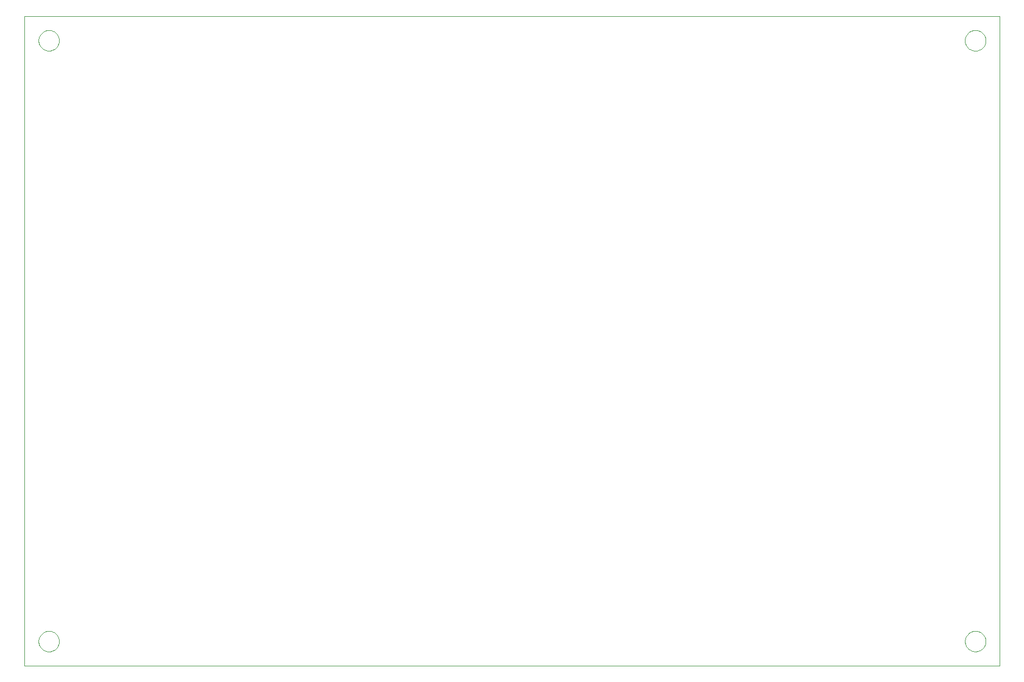
<source format=gbr>
G04 DipTrace 2.4.0.2*
%INBottomCase.gbr*%
%MOIN*%
%ADD16C,0.0013*%
%FSLAX44Y44*%
G04*
G70*
G90*
G75*
G01*
%LNBottom Case*%
%LPD*%
X0Y40000D2*
D16*
X60000D1*
Y0D1*
X0D1*
Y40000D1*
X870Y38500D2*
X872Y38544D1*
X876Y38588D1*
X884Y38632D1*
X894Y38675D1*
X908Y38717D1*
X924Y38758D1*
X944Y38798D1*
X966Y38836D1*
X990Y38873D1*
X1017Y38908D1*
X1047Y38941D1*
X1078Y38972D1*
X1112Y39000D1*
X1148Y39026D1*
X1185Y39050D1*
X1224Y39071D1*
X1264Y39089D1*
X1305Y39104D1*
X1348Y39116D1*
X1391Y39125D1*
X1434Y39132D1*
X1478Y39135D1*
X1522D1*
X1566Y39132D1*
X1609Y39125D1*
X1652Y39116D1*
X1695Y39104D1*
X1736Y39089D1*
X1776Y39071D1*
X1815Y39050D1*
X1852Y39026D1*
X1888Y39000D1*
X1922Y38972D1*
X1953Y38941D1*
X1983Y38908D1*
X2010Y38873D1*
X2034Y38836D1*
X2056Y38798D1*
X2076Y38758D1*
X2092Y38717D1*
X2106Y38675D1*
X2116Y38632D1*
X2124Y38588D1*
X2128Y38544D1*
X2130Y38500D1*
X2128Y38456D1*
X2124Y38412D1*
X2116Y38368D1*
X2106Y38325D1*
X2092Y38283D1*
X2076Y38242D1*
X2056Y38202D1*
X2034Y38164D1*
X2010Y38127D1*
X1983Y38092D1*
X1953Y38059D1*
X1922Y38028D1*
X1888Y38000D1*
X1852Y37974D1*
X1815Y37950D1*
X1776Y37929D1*
X1736Y37911D1*
X1695Y37896D1*
X1652Y37884D1*
X1609Y37875D1*
X1566Y37868D1*
X1522Y37865D1*
X1478D1*
X1434Y37868D1*
X1391Y37875D1*
X1348Y37884D1*
X1305Y37896D1*
X1264Y37911D1*
X1224Y37929D1*
X1185Y37950D1*
X1148Y37974D1*
X1112Y38000D1*
X1078Y38028D1*
X1047Y38059D1*
X1017Y38092D1*
X990Y38127D1*
X966Y38164D1*
X944Y38202D1*
X924Y38242D1*
X908Y38283D1*
X894Y38325D1*
X884Y38368D1*
X876Y38412D1*
X872Y38456D1*
X870Y38500D1*
X57860D2*
X57862Y38544D1*
X57866Y38588D1*
X57874Y38632D1*
X57885Y38675D1*
X57899Y38717D1*
X57915Y38758D1*
X57935Y38798D1*
X57957Y38836D1*
X57982Y38873D1*
X58010Y38908D1*
X58040Y38941D1*
X58072Y38972D1*
X58106Y39000D1*
X58142Y39026D1*
X58180Y39050D1*
X58219Y39071D1*
X58260Y39089D1*
X58302Y39104D1*
X58345Y39116D1*
X58389Y39125D1*
X58433Y39132D1*
X58478Y39135D1*
X58522D1*
X58567Y39132D1*
X58611Y39125D1*
X58655Y39116D1*
X58698Y39104D1*
X58740Y39089D1*
X58781Y39071D1*
X58820Y39050D1*
X58858Y39026D1*
X58894Y39000D1*
X58928Y38972D1*
X58960Y38941D1*
X58990Y38908D1*
X59018Y38873D1*
X59043Y38836D1*
X59065Y38798D1*
X59085Y38758D1*
X59101Y38717D1*
X59115Y38675D1*
X59126Y38632D1*
X59134Y38588D1*
X59138Y38544D1*
X59140Y38500D1*
X59138Y38456D1*
X59134Y38412D1*
X59126Y38368D1*
X59115Y38325D1*
X59101Y38283D1*
X59085Y38242D1*
X59065Y38202D1*
X59043Y38164D1*
X59018Y38127D1*
X58990Y38092D1*
X58960Y38059D1*
X58928Y38028D1*
X58894Y38000D1*
X58858Y37974D1*
X58820Y37950D1*
X58781Y37929D1*
X58740Y37911D1*
X58698Y37896D1*
X58655Y37884D1*
X58611Y37875D1*
X58567Y37868D1*
X58522Y37865D1*
X58478D1*
X58433Y37868D1*
X58389Y37875D1*
X58345Y37884D1*
X58302Y37896D1*
X58260Y37911D1*
X58219Y37929D1*
X58180Y37950D1*
X58142Y37974D1*
X58106Y38000D1*
X58072Y38028D1*
X58040Y38059D1*
X58010Y38092D1*
X57982Y38127D1*
X57957Y38164D1*
X57935Y38202D1*
X57915Y38242D1*
X57899Y38283D1*
X57885Y38325D1*
X57874Y38368D1*
X57866Y38412D1*
X57862Y38456D1*
X57860Y38500D1*
X57865Y1500D2*
X57867Y1544D1*
X57871Y1588D1*
X57879Y1631D1*
X57890Y1674D1*
X57903Y1715D1*
X57920Y1756D1*
X57939Y1796D1*
X57961Y1834D1*
X57986Y1870D1*
X58014Y1905D1*
X58043Y1938D1*
X58075Y1968D1*
X58109Y1996D1*
X58145Y2022D1*
X58182Y2046D1*
X58222Y2066D1*
X58262Y2084D1*
X58304Y2099D1*
X58346Y2111D1*
X58390Y2120D1*
X58434Y2127D1*
X58478Y2130D1*
X58522D1*
X58566Y2127D1*
X58610Y2120D1*
X58654Y2111D1*
X58696Y2099D1*
X58738Y2084D1*
X58778Y2066D1*
X58818Y2046D1*
X58855Y2022D1*
X58891Y1996D1*
X58925Y1968D1*
X58957Y1938D1*
X58986Y1905D1*
X59014Y1870D1*
X59039Y1834D1*
X59061Y1796D1*
X59080Y1756D1*
X59097Y1715D1*
X59110Y1674D1*
X59121Y1631D1*
X59129Y1588D1*
X59133Y1544D1*
X59135Y1500D1*
X59133Y1456D1*
X59129Y1412D1*
X59121Y1369D1*
X59110Y1326D1*
X59097Y1285D1*
X59080Y1244D1*
X59061Y1204D1*
X59039Y1166D1*
X59014Y1130D1*
X58986Y1095D1*
X58957Y1062D1*
X58925Y1032D1*
X58891Y1004D1*
X58855Y978D1*
X58818Y954D1*
X58778Y934D1*
X58738Y916D1*
X58696Y901D1*
X58654Y889D1*
X58610Y880D1*
X58566Y873D1*
X58522Y870D1*
X58478D1*
X58434Y873D1*
X58390Y880D1*
X58346Y889D1*
X58304Y901D1*
X58262Y916D1*
X58222Y934D1*
X58182Y954D1*
X58145Y978D1*
X58109Y1004D1*
X58075Y1032D1*
X58043Y1062D1*
X58014Y1095D1*
X57986Y1130D1*
X57961Y1166D1*
X57939Y1204D1*
X57920Y1244D1*
X57903Y1285D1*
X57890Y1326D1*
X57879Y1369D1*
X57871Y1412D1*
X57867Y1456D1*
X57865Y1500D1*
X870D2*
X872Y1544D1*
X876Y1588D1*
X884Y1632D1*
X894Y1675D1*
X908Y1717D1*
X924Y1758D1*
X944Y1798D1*
X966Y1836D1*
X990Y1873D1*
X1017Y1908D1*
X1047Y1941D1*
X1078Y1972D1*
X1112Y2000D1*
X1148Y2026D1*
X1185Y2050D1*
X1224Y2071D1*
X1264Y2089D1*
X1305Y2104D1*
X1348Y2116D1*
X1391Y2125D1*
X1434Y2132D1*
X1478Y2135D1*
X1522D1*
X1566Y2132D1*
X1609Y2125D1*
X1652Y2116D1*
X1695Y2104D1*
X1736Y2089D1*
X1776Y2071D1*
X1815Y2050D1*
X1852Y2026D1*
X1888Y2000D1*
X1922Y1972D1*
X1953Y1941D1*
X1983Y1908D1*
X2010Y1873D1*
X2034Y1836D1*
X2056Y1798D1*
X2076Y1758D1*
X2092Y1717D1*
X2106Y1675D1*
X2116Y1632D1*
X2124Y1588D1*
X2128Y1544D1*
X2130Y1500D1*
X2128Y1456D1*
X2124Y1412D1*
X2116Y1368D1*
X2106Y1325D1*
X2092Y1283D1*
X2076Y1242D1*
X2056Y1202D1*
X2034Y1164D1*
X2010Y1127D1*
X1983Y1092D1*
X1953Y1059D1*
X1922Y1028D1*
X1888Y1000D1*
X1852Y974D1*
X1815Y950D1*
X1776Y929D1*
X1736Y911D1*
X1695Y896D1*
X1652Y884D1*
X1609Y875D1*
X1566Y868D1*
X1522Y865D1*
X1478D1*
X1434Y868D1*
X1391Y875D1*
X1348Y884D1*
X1305Y896D1*
X1264Y911D1*
X1224Y929D1*
X1185Y950D1*
X1148Y974D1*
X1112Y1000D1*
X1078Y1028D1*
X1047Y1059D1*
X1017Y1092D1*
X990Y1127D1*
X966Y1164D1*
X944Y1202D1*
X924Y1242D1*
X908Y1283D1*
X894Y1325D1*
X884Y1368D1*
X876Y1412D1*
X872Y1456D1*
X870Y1500D1*
M02*

</source>
